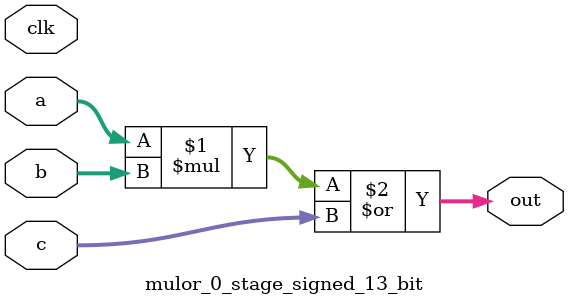
<source format=sv>
(* use_dsp = "yes" *) module mulor_0_stage_signed_13_bit(
	input signed [12:0] a,
	input signed [12:0] b,
	input signed [12:0] c,
	output [12:0] out,
	input clk);

	assign out = (a * b) | c;
endmodule

</source>
